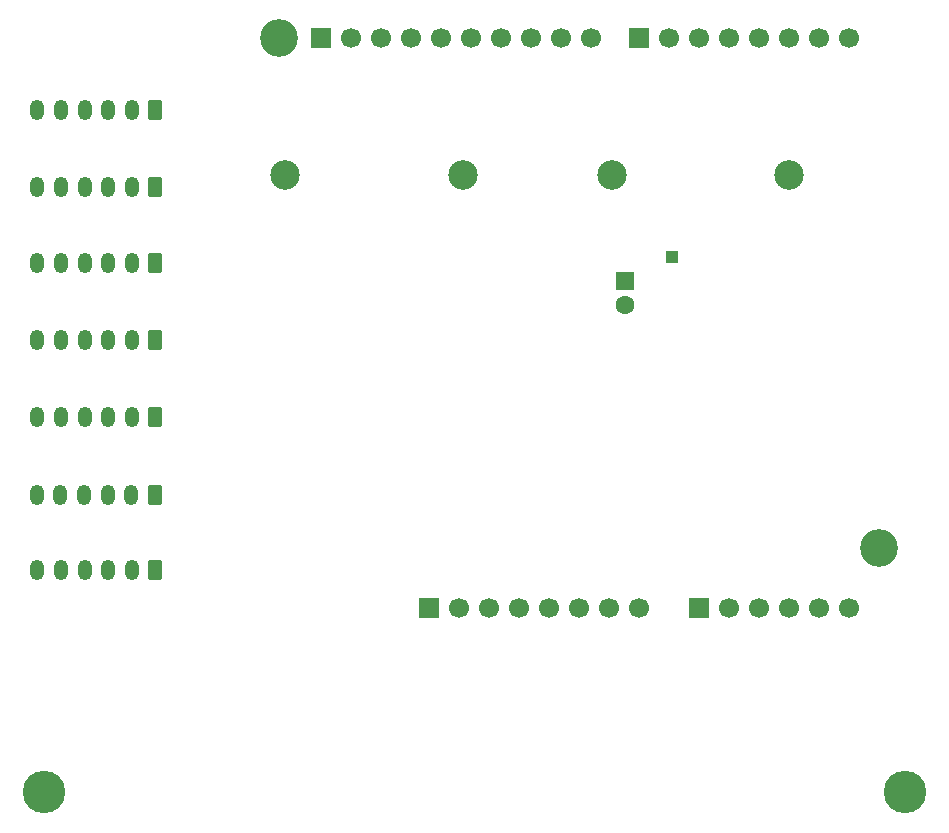
<source format=gbr>
%TF.GenerationSoftware,KiCad,Pcbnew,9.0.3*%
%TF.CreationDate,2025-08-05T14:59:21-07:00*%
%TF.ProjectId,Joule Chief,4a6f756c-6520-4436-9869-65662e6b6963,R1*%
%TF.SameCoordinates,Original*%
%TF.FileFunction,Soldermask,Bot*%
%TF.FilePolarity,Negative*%
%FSLAX46Y46*%
G04 Gerber Fmt 4.6, Leading zero omitted, Abs format (unit mm)*
G04 Created by KiCad (PCBNEW 9.0.3) date 2025-08-05 14:59:21*
%MOMM*%
%LPD*%
G01*
G04 APERTURE LIST*
G04 Aperture macros list*
%AMRoundRect*
0 Rectangle with rounded corners*
0 $1 Rounding radius*
0 $2 $3 $4 $5 $6 $7 $8 $9 X,Y pos of 4 corners*
0 Add a 4 corners polygon primitive as box body*
4,1,4,$2,$3,$4,$5,$6,$7,$8,$9,$2,$3,0*
0 Add four circle primitives for the rounded corners*
1,1,$1+$1,$2,$3*
1,1,$1+$1,$4,$5*
1,1,$1+$1,$6,$7*
1,1,$1+$1,$8,$9*
0 Add four rect primitives between the rounded corners*
20,1,$1+$1,$2,$3,$4,$5,0*
20,1,$1+$1,$4,$5,$6,$7,0*
20,1,$1+$1,$6,$7,$8,$9,0*
20,1,$1+$1,$8,$9,$2,$3,0*%
G04 Aperture macros list end*
%ADD10R,1.700000X1.700000*%
%ADD11C,1.700000*%
%ADD12C,2.500000*%
%ADD13RoundRect,0.250000X0.350000X0.625000X-0.350000X0.625000X-0.350000X-0.625000X0.350000X-0.625000X0*%
%ADD14O,1.200000X1.750000*%
%ADD15C,3.600000*%
%ADD16C,3.200000*%
%ADD17RoundRect,0.250000X-0.550000X0.550000X-0.550000X-0.550000X0.550000X-0.550000X0.550000X0.550000X0*%
%ADD18C,1.600000*%
%ADD19R,1.000000X1.000000*%
G04 APERTURE END LIST*
D10*
%TO.C,J9*%
X127940000Y-97460000D03*
D11*
X130480000Y-97460000D03*
X133020000Y-97460000D03*
X135560000Y-97460000D03*
X138100000Y-97460000D03*
X140640000Y-97460000D03*
X143180000Y-97460000D03*
X145720000Y-97460000D03*
%TD*%
D10*
%TO.C,J10*%
X150800000Y-97460000D03*
D11*
X153340000Y-97460000D03*
X155880000Y-97460000D03*
X158420000Y-97460000D03*
X160960000Y-97460000D03*
X163500000Y-97460000D03*
%TD*%
D10*
%TO.C,J8*%
X118796000Y-49200000D03*
D11*
X121336000Y-49200000D03*
X123876000Y-49200000D03*
X126416000Y-49200000D03*
X128956000Y-49200000D03*
X131496000Y-49200000D03*
X134036000Y-49200000D03*
X136576000Y-49200000D03*
X139116000Y-49200000D03*
X141656000Y-49200000D03*
%TD*%
D10*
%TO.C,J11*%
X145720000Y-49200000D03*
D11*
X148260000Y-49200000D03*
X150800000Y-49200000D03*
X153340000Y-49200000D03*
X155880000Y-49200000D03*
X158420000Y-49200000D03*
X160960000Y-49200000D03*
X163500000Y-49200000D03*
%TD*%
D12*
%TO.C,C5*%
X130750000Y-60750000D03*
X115750000Y-60750000D03*
%TD*%
D13*
%TO.C,J6*%
X104700000Y-87850000D03*
D14*
X102700000Y-87850000D03*
X100700000Y-87850000D03*
X98700000Y-87850000D03*
X96700000Y-87850000D03*
X94700000Y-87850000D03*
%TD*%
D15*
%TO.C,LITH1*%
X95300000Y-113000000D03*
X168200000Y-113000000D03*
%TD*%
D16*
%TO.C,MH1*%
X115240000Y-49200000D03*
%TD*%
D13*
%TO.C,J4*%
X104750000Y-74750000D03*
D14*
X102750000Y-74750000D03*
X100750000Y-74750000D03*
X98750000Y-74750000D03*
X96750000Y-74750000D03*
X94750000Y-74750000D03*
%TD*%
D13*
%TO.C,J2*%
X104750000Y-61750000D03*
D14*
X102750000Y-61750000D03*
X100750000Y-61750000D03*
X98750000Y-61750000D03*
X96750000Y-61750000D03*
X94750000Y-61750000D03*
%TD*%
D17*
%TO.C,C4*%
X144545001Y-69750000D03*
D18*
X144545001Y-71750000D03*
%TD*%
D13*
%TO.C,J3*%
X104750000Y-68250000D03*
D14*
X102750000Y-68250000D03*
X100750000Y-68250000D03*
X98750000Y-68250000D03*
X96750000Y-68250000D03*
X94750000Y-68250000D03*
%TD*%
D13*
%TO.C,J1*%
X104750000Y-55250000D03*
D14*
X102750000Y-55250000D03*
X100750000Y-55250000D03*
X98750000Y-55250000D03*
X96750000Y-55250000D03*
X94750000Y-55250000D03*
%TD*%
D19*
%TO.C,TPx1*%
X148500000Y-67750000D03*
%TD*%
D12*
%TO.C,C2*%
X158430000Y-60750000D03*
X143430000Y-60750000D03*
%TD*%
D13*
%TO.C,J5*%
X104750000Y-81250000D03*
D14*
X102750000Y-81250000D03*
X100750000Y-81250000D03*
X98750000Y-81250000D03*
X96750000Y-81250000D03*
X94750000Y-81250000D03*
%TD*%
D16*
%TO.C,MH4*%
X166040000Y-92380000D03*
%TD*%
D13*
%TO.C,J7*%
X104750000Y-94250000D03*
D14*
X102750000Y-94250000D03*
X100750000Y-94250000D03*
X98750000Y-94250000D03*
X96750000Y-94250000D03*
X94750000Y-94250000D03*
%TD*%
M02*

</source>
